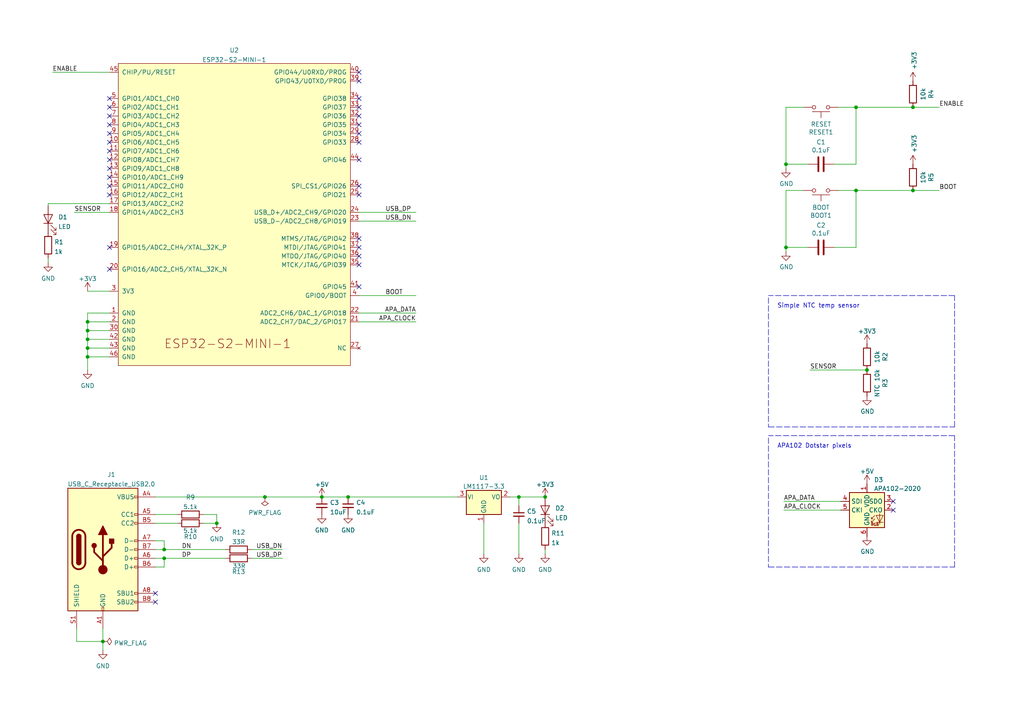
<source format=kicad_sch>
(kicad_sch (version 20211123) (generator eeschema)
  (paper "A4")
  (lib_symbols
    (symbol "Connector:USB_C_Receptacle_USB2.0" (pin_names (offset 1.016))
      (property "Reference" "J" (at -10.16 19.05 0))
      (property "Value" "USB_C_Receptacle_USB2.0" (at 19.05 19.05 0))
      (symbol "USB_C_Receptacle_USB2.0_0_0"
        (rectangle (start -0.254 -17.78) (end 0.254 -16.764))
        (rectangle (start 10.16 -14.986) (end 9.144 -15.494))
        (rectangle (start 10.16 -12.446) (end 9.144 -12.954))
        (rectangle (start 10.16 -4.826) (end 9.144 -5.334))
        (rectangle (start 10.16 -2.286) (end 9.144 -2.794))
        (rectangle (start 10.16 0.254) (end 9.144 -0.254))
        (rectangle (start 10.16 2.794) (end 9.144 2.286))
        (rectangle (start 10.16 7.874) (end 9.144 7.366))
        (rectangle (start 10.16 10.414) (end 9.144 9.906))
        (rectangle (start 10.16 15.494) (end 9.144 14.986))
      )
      (symbol "USB_C_Receptacle_USB2.0_0_1"
        (rectangle (start -10.16 17.78) (end 10.16 -17.78) (stroke (width 0.254)) (fill (type background)))
        (arc (start -8.89 -3.81) (mid -6.985 -5.715) (end -5.08 -3.81) (stroke (width 0.508)))
        (arc (start -7.62 -3.81) (mid -6.985 -4.445) (end -6.35 -3.81) (stroke (width 0.254)))
        (arc (start -7.62 -3.81) (mid -6.985 -4.445) (end -6.35 -3.81) (stroke (width 0.254)) (fill (type outline)))
        (rectangle (start -7.62 -3.81) (end -6.35 3.81) (stroke (width 0.254)) (fill (type outline)))
        (arc (start -6.35 3.81) (mid -6.985 4.445) (end -7.62 3.81) (stroke (width 0.254)))
        (arc (start -6.35 3.81) (mid -6.985 4.445) (end -7.62 3.81) (stroke (width 0.254)) (fill (type outline)))
        (arc (start -5.08 3.81) (mid -6.985 5.715) (end -8.89 3.81) (stroke (width 0.508)))
        (circle (center -2.54 1.143) (radius 0.635) (stroke (width 0.254)) (fill (type outline)))
        (circle (center 0 -5.842) (radius 1.27) (fill (type outline)))
        (polyline (pts (xy -8.89 -3.81) (xy -8.89 3.81)) (stroke (width 0.508)))
        (polyline (pts (xy -5.08 3.81) (xy -5.08 -3.81)) (stroke (width 0.508)))
        (polyline (pts (xy 0 -5.842) (xy 0 4.318)) (stroke (width 0.508)))
        (polyline (pts (xy 0 -3.302) (xy -2.54 -0.762) (xy -2.54 0.508)) (stroke (width 0.508)))
        (polyline (pts (xy 0 -2.032) (xy 2.54 0.508) (xy 2.54 1.778)) (stroke (width 0.508)))
        (polyline (pts (xy -1.27 4.318) (xy 0 6.858) (xy 1.27 4.318) (xy -1.27 4.318)) (stroke (width 0.254)) (fill (type outline)))
        (rectangle (start 1.905 1.778) (end 3.175 3.048) (stroke (width 0.254)) (fill (type outline)))
      )
      (symbol "USB_C_Receptacle_USB2.0_1_1"
        (pin power_in line (at 0 -22.86 90) (length 5.08) (name "GND") (number "A1"))
        (pin power_in line (at 0 -22.86 90) (length 5.08) hide (name "GND") (number "A12"))
        (pin power_in line (at 15.24 15.24 180) (length 5.08) (name "VBUS") (number "A4"))
        (pin bidirectional line (at 15.24 10.16 180) (length 5.08) (name "CC1") (number "A5"))
        (pin bidirectional line (at 15.24 -2.54 180) (length 5.08) (name "D+") (number "A6"))
        (pin bidirectional line (at 15.24 2.54 180) (length 5.08) (name "D-") (number "A7"))
        (pin bidirectional line (at 15.24 -12.7 180) (length 5.08) (name "SBU1") (number "A8"))
        (pin power_in line (at 15.24 15.24 180) (length 5.08) hide (name "VBUS") (number "A9"))
        (pin power_in line (at 0 -22.86 90) (length 5.08) hide (name "GND") (number "B1"))
        (pin power_in line (at 0 -22.86 90) (length 5.08) hide (name "GND") (number "B12"))
        (pin power_in line (at 15.24 15.24 180) (length 5.08) hide (name "VBUS") (number "B4"))
        (pin bidirectional line (at 15.24 7.62 180) (length 5.08) (name "CC2") (number "B5"))
        (pin bidirectional line (at 15.24 -5.08 180) (length 5.08) (name "D+") (number "B6"))
        (pin bidirectional line (at 15.24 0 180) (length 5.08) (name "D-") (number "B7"))
        (pin bidirectional line (at 15.24 -15.24 180) (length 5.08) (name "SBU2") (number "B8"))
        (pin power_in line (at 15.24 15.24 180) (length 5.08) hide (name "VBUS") (number "B9"))
        (pin passive line (at -7.62 -22.86 90) (length 5.08) (name "SHIELD") (number "S1"))
      )
    )
    (symbol "Device:C" (pin_numbers hide) (pin_names (offset 0.254))
      (property "Reference" "C" (at 0.635 2.54 0))
      (property "Value" "C" (at 0.635 -2.54 0))
      (symbol "C_0_1"
        (polyline (pts (xy -2.032 -0.762) (xy 2.032 -0.762)) (stroke (width 0.508)))
        (polyline (pts (xy -2.032 0.762) (xy 2.032 0.762)) (stroke (width 0.508)))
      )
      (symbol "C_1_1"
        (pin passive line (at 0 3.81 270) (length 2.794) (name "~") (number "1"))
        (pin passive line (at 0 -3.81 90) (length 2.794) (name "~") (number "2"))
      )
    )
    (symbol "Device:C_Small" (pin_numbers hide) (pin_names (offset 0.254) hide)
      (property "Reference" "C" (at 0.254 1.778 0))
      (property "Value" "C_Small" (at 0.254 -2.032 0))
      (symbol "C_Small_0_1"
        (polyline (pts (xy -1.524 -0.508) (xy 1.524 -0.508)) (stroke (width 0.3302)))
        (polyline (pts (xy -1.524 0.508) (xy 1.524 0.508)) (stroke (width 0.3048)))
      )
      (symbol "C_Small_1_1"
        (pin passive line (at 0 2.54 270) (length 2.032) (name "~") (number "1"))
        (pin passive line (at 0 -2.54 90) (length 2.032) (name "~") (number "2"))
      )
    )
    (symbol "Device:LED" (pin_numbers hide) (pin_names (offset 1.016) hide)
      (property "Reference" "D" (at 0 2.54 0))
      (property "Value" "LED" (at 0 -2.54 0))
      (symbol "LED_0_1"
        (polyline (pts (xy -1.27 -1.27) (xy -1.27 1.27)) (stroke (width 0.2032)))
        (polyline (pts (xy -1.27 0) (xy 1.27 0)))
        (polyline (pts (xy 1.27 -1.27) (xy 1.27 1.27) (xy -1.27 0) (xy 1.27 -1.27)) (stroke (width 0.2032)))
        (polyline (pts (xy -3.048 -0.762) (xy -4.572 -2.286) (xy -3.81 -2.286) (xy -4.572 -2.286) (xy -4.572 -1.524)))
        (polyline (pts (xy -1.778 -0.762) (xy -3.302 -2.286) (xy -2.54 -2.286) (xy -3.302 -2.286) (xy -3.302 -1.524)))
      )
      (symbol "LED_1_1"
        (pin passive line (at -3.81 0 0) (length 2.54) (name "K") (number "1"))
        (pin passive line (at 3.81 0 180) (length 2.54) (name "A") (number "2"))
      )
    )
    (symbol "Device:R" (pin_numbers hide) (pin_names (offset 0))
      (property "Reference" "R" (at 2.032 0 90))
      (property "Value" "R" (at 0 0 90))
      (symbol "R_0_1"
        (rectangle (start -1.016 -2.54) (end 1.016 2.54) (stroke (width 0.254)))
      )
      (symbol "R_1_1"
        (pin passive line (at 0 3.81 270) (length 1.27) (name "~") (number "1"))
        (pin passive line (at 0 -3.81 90) (length 1.27) (name "~") (number "2"))
      )
    )
    (symbol "Espressif:ESP32-S2-MINI-1" (pin_names (offset 1.016))
      (property "Reference" "U" (at 0 46.99 0))
      (property "Value" "ESP32-S2-MINI-1" (at 0 -43.18 0))
      (symbol "ESP32-S2-MINI-1_0_0"
        (pin power_in line (at -35.56 -36.83 0) (length 2.54) (name "GND") (number "43"))
        (pin input line (at 36.83 17.78 180) (length 2.54) (name "GPIO46") (number "44"))
        (pin bidirectional line (at -35.56 43.18 0) (length 2.54) (name "CHIP/PU/RESET") (number "45"))
        (pin power_in line (at -35.56 -39.37 0) (length 2.54) (name "GND") (number "46"))
      )
      (symbol "ESP32-S2-MINI-1_1_1"
        (rectangle (start -33.02 -41.91) (end 34.29 45.72) (fill (type background)))
        (text "ESP32-S2-MINI-1" (at -1.27 -35.56 0) (effects (font (size 2.54 2.54))))
        (pin power_in line (at -35.56 -26.67 0) (length 2.54) (name "GND") (number "1"))
        (pin bidirectional line (at -35.56 22.86 0) (length 2.54) (name "GPIO6/ADC1_CH5") (number "10"))
        (pin bidirectional line (at -35.56 20.32 0) (length 2.54) (name "GPIO7/ADC1_CH6") (number "11"))
        (pin bidirectional line (at -35.56 17.78 0) (length 2.54) (name "GPIO8/ADC1_CH7") (number "12"))
        (pin bidirectional line (at -35.56 15.24 0) (length 2.54) (name "GPIO9/ADC1_CH8") (number "13"))
        (pin bidirectional line (at -35.56 12.7 0) (length 2.54) (name "GPIO10/ADC1_CH9") (number "14"))
        (pin bidirectional line (at -35.56 10.16 0) (length 2.54) (name "GPIO11/ADC2_CH0") (number "15"))
        (pin bidirectional line (at -35.56 7.62 0) (length 2.54) (name "GPIO12/ADC2_CH1") (number "16"))
        (pin bidirectional line (at -35.56 5.08 0) (length 2.54) (name "GPIO13/ADC2_CH2") (number "17"))
        (pin bidirectional line (at -35.56 2.54 0) (length 2.54) (name "GPIO14/ADC2_CH3") (number "18"))
        (pin bidirectional line (at -35.56 -7.62 0) (length 2.54) (name "GPIO15/ADC2_CH4/XTAL_32K_P") (number "19"))
        (pin power_in line (at -35.56 -29.21 0) (length 2.54) (name "GND") (number "2"))
        (pin bidirectional line (at -35.56 -13.97 0) (length 2.54) (name "GPIO16/ADC2_CH5/XTAL_32K_N") (number "20"))
        (pin bidirectional line (at 36.83 -29.21 180) (length 2.54) (name "ADC2_CH7/DAC_2/GPIO17") (number "21"))
        (pin bidirectional line (at 36.83 -26.67 180) (length 2.54) (name "ADC2_CH6/DAC_1/GPIO18") (number "22"))
        (pin bidirectional line (at 36.83 0 180) (length 2.54) (name "USB_D-/ADC2_CH8/GPIO19") (number "23"))
        (pin bidirectional line (at 36.83 2.54 180) (length 2.54) (name "USB_D+/ADC2_CH9/GPIO20") (number "24"))
        (pin bidirectional line (at 36.83 7.62 180) (length 2.54) (name "GPIO21") (number "25"))
        (pin bidirectional line (at 36.83 10.16 180) (length 2.54) (name "SPI_CS1/GPIO26") (number "26"))
        (pin no_connect line (at 36.83 -36.83 180) (length 2.54) (name "NC") (number "27"))
        (pin bidirectional line (at 36.83 22.86 180) (length 2.54) (name "GPIO33") (number "28"))
        (pin bidirectional line (at 36.83 25.4 180) (length 2.54) (name "GPIO34") (number "29"))
        (pin power_in line (at -35.56 -20.32 0) (length 2.54) (name "3V3") (number "3"))
        (pin power_in line (at -35.56 -31.75 0) (length 2.54) (name "GND") (number "30"))
        (pin bidirectional line (at 36.83 27.94 180) (length 2.54) (name "GPIO35") (number "31"))
        (pin bidirectional line (at 36.83 30.48 180) (length 2.54) (name "GPIO36") (number "32"))
        (pin bidirectional line (at 36.83 33.02 180) (length 2.54) (name "GPIO37") (number "33"))
        (pin bidirectional line (at 36.83 35.56 180) (length 2.54) (name "GPIO38") (number "34"))
        (pin bidirectional line (at 36.83 -12.7 180) (length 2.54) (name "MTCK/JTAG/GPIO39") (number "35"))
        (pin bidirectional line (at 36.83 -10.16 180) (length 2.54) (name "MTDO/JTAG/GPIO40") (number "36"))
        (pin bidirectional line (at 36.83 -7.62 180) (length 2.54) (name "MTDI/JTAG/GPIO41") (number "37"))
        (pin bidirectional line (at 36.83 -5.08 180) (length 2.54) (name "MTMS/JTAG/GPIO42") (number "38"))
        (pin bidirectional line (at 36.83 40.64 180) (length 2.54) (name "GPIO43/U0TXD/PROG") (number "39"))
        (pin bidirectional line (at 36.83 -21.59 180) (length 2.54) (name "GPIO0/BOOT") (number "4"))
        (pin bidirectional line (at 36.83 43.18 180) (length 2.54) (name "GPIO44/U0RXD/PROG") (number "40"))
        (pin bidirectional line (at 36.83 -19.05 180) (length 2.54) (name "GPIO45") (number "41"))
        (pin power_in line (at -35.56 -34.29 0) (length 2.54) (name "GND") (number "42"))
        (pin bidirectional line (at -35.56 35.56 0) (length 2.54) (name "GPIO1/ADC1_CH0") (number "5"))
        (pin bidirectional line (at -35.56 33.02 0) (length 2.54) (name "GPIO2/ADC1_CH1") (number "6"))
        (pin bidirectional line (at -35.56 30.48 0) (length 2.54) (name "GPIO3/ADC1_CH2") (number "7"))
        (pin bidirectional line (at -35.56 27.94 0) (length 2.54) (name "GPIO4/ADC1_CH3") (number "8"))
        (pin bidirectional line (at -35.56 25.4 0) (length 2.54) (name "GPIO5/ADC1_CH4") (number "9"))
      )
    )
    (symbol "LED:APA102-2020"
      (property "Reference" "D" (at 5.08 5.715 0))
      (property "Value" "APA102-2020" (at 1.27 -5.715 0))
      (symbol "APA102-2020_0_0"
        (text "RGB" (at 2.286 -4.191 0) (effects (font (size 0.762 0.762))))
      )
      (symbol "APA102-2020_0_1"
        (polyline (pts (xy 1.27 -3.556) (xy 1.778 -3.556)))
        (polyline (pts (xy 1.27 -2.54) (xy 1.778 -2.54)))
        (polyline (pts (xy 4.699 -3.556) (xy 2.667 -3.556)))
        (polyline (pts (xy 2.286 -2.54) (xy 1.27 -3.556) (xy 1.27 -3.048)))
        (polyline (pts (xy 2.286 -1.524) (xy 1.27 -2.54) (xy 1.27 -2.032)))
        (polyline (pts (xy 3.683 -1.016) (xy 3.683 -3.556) (xy 3.683 -4.064)))
        (polyline (pts (xy 4.699 -1.524) (xy 2.667 -1.524) (xy 3.683 -3.556) (xy 4.699 -1.524)))
        (rectangle (start 5.08 5.08) (end -5.08 -5.08) (stroke (width 0.254)) (fill (type background)))
      )
      (symbol "APA102-2020_1_1"
        (pin power_in line (at 0 7.62 270) (length 2.54) (name "VDD") (number "1"))
        (pin output line (at 7.62 0 180) (length 2.54) (name "CKO") (number "2"))
        (pin output line (at 7.62 2.54 180) (length 2.54) (name "SDO") (number "3"))
        (pin input line (at -7.62 2.54 0) (length 2.54) (name "SDI") (number "4"))
        (pin input line (at -7.62 0 0) (length 2.54) (name "CKI") (number "5"))
        (pin power_in line (at 0 -7.62 90) (length 2.54) (name "GND") (number "6"))
      )
    )
    (symbol "Regulator_Linear:LM1117-3.3" (pin_names (offset 0.254))
      (property "Reference" "U" (at -3.81 3.175 0))
      (property "Value" "LM1117-3.3" (at 0 3.175 0))
      (symbol "LM1117-3.3_0_1"
        (rectangle (start -5.08 -5.08) (end 5.08 1.905) (stroke (width 0.254)) (fill (type background)))
      )
      (symbol "LM1117-3.3_1_1"
        (pin power_in line (at 0 -7.62 90) (length 2.54) (name "GND") (number "1"))
        (pin power_out line (at 7.62 0 180) (length 2.54) (name "VO") (number "2"))
        (pin power_in line (at -7.62 0 0) (length 2.54) (name "VI") (number "3"))
      )
    )
    (symbol "Switch:SW_Push" (pin_numbers hide) (pin_names (offset 1.016) hide)
      (property "Reference" "SW" (at 1.27 2.54 0))
      (property "Value" "SW_Push" (at 0 -1.524 0))
      (symbol "SW_Push_0_1"
        (circle (center -2.032 0) (radius 0.508))
        (polyline (pts (xy 0 1.27) (xy 0 3.048)))
        (polyline (pts (xy 2.54 1.27) (xy -2.54 1.27)))
        (circle (center 2.032 0) (radius 0.508))
        (pin passive line (at -5.08 0 0) (length 2.54) (name "1") (number "1"))
        (pin passive line (at 5.08 0 180) (length 2.54) (name "2") (number "2"))
      )
    )
    (symbol "power:+3V3" (power) (pin_names (offset 0))
      (property "Value" "+3V3" (at 0 3.556 0))
      (symbol "+3V3_0_1"
        (polyline (pts (xy -0.762 1.27) (xy 0 2.54)))
        (polyline (pts (xy 0 0) (xy 0 2.54)))
        (polyline (pts (xy 0 2.54) (xy 0.762 1.27)))
      )
      (symbol "+3V3_1_1"
        (pin power_in line (at 0 0 90) (length 0) hide (name "+3V3") (number "1"))
      )
    )
    (symbol "power:+5V" (power) (pin_names (offset 0))
      (property "Value" "+5V" (at 0 3.556 0))
      (symbol "+5V_0_1"
        (polyline (pts (xy -0.762 1.27) (xy 0 2.54)))
        (polyline (pts (xy 0 0) (xy 0 2.54)))
        (polyline (pts (xy 0 2.54) (xy 0.762 1.27)))
      )
      (symbol "+5V_1_1"
        (pin power_in line (at 0 0 90) (length 0) hide (name "+5V") (number "1"))
      )
    )
    (symbol "power:GND" (power) (pin_names (offset 0))
      (property "Value" "GND" (at 0 -3.81 0))
      (symbol "GND_0_1"
        (polyline (pts (xy 0 0) (xy 0 -1.27) (xy 1.27 -1.27) (xy 0 -2.54) (xy -1.27 -1.27) (xy 0 -1.27)))
      )
      (symbol "GND_1_1"
        (pin power_in line (at 0 0 270) (length 0) hide (name "GND") (number "1"))
      )
    )
    (symbol "power:PWR_FLAG" (power) (pin_numbers hide) (pin_names (offset 0) hide)
      (property "Value" "PWR_FLAG" (at 0 3.81 0))
      (symbol "PWR_FLAG_0_0"
        (pin power_out line (at 0 0 90) (length 0) (name "pwr") (number "1"))
      )
      (symbol "PWR_FLAG_0_1"
        (polyline (pts (xy 0 0) (xy 0 1.27) (xy -1.016 1.905) (xy 0 2.54) (xy 1.016 1.905) (xy 0 1.27)))
      )
    )
  )
  (junction (at 47.625 159.385))
  (junction (at 93.345 144.145))
  (junction (at 227.965 47.625))
  (junction (at 251.46 107.315))
  (junction (at 25.4 98.425))
  (junction (at 25.4 103.505))
  (junction (at 76.835 144.145))
  (junction (at 100.965 144.145))
  (junction (at 248.285 31.115))
  (junction (at 150.495 144.145))
  (junction (at 158.115 144.145))
  (junction (at 29.845 186.055))
  (junction (at 25.4 95.885))
  (junction (at 47.625 161.925))
  (junction (at 264.795 55.245))
  (junction (at 25.4 93.345))
  (junction (at 25.4 100.965))
  (junction (at 62.865 151.765))
  (junction (at 227.965 71.755))
  (junction (at 248.285 55.245))
  (junction (at 264.795 31.115))
  (no_connect (at 45.085 174.625))
  (no_connect (at 104.14 20.955))
  (no_connect (at 104.14 23.495))
  (no_connect (at 104.14 31.115))
  (no_connect (at 104.14 33.655))
  (no_connect (at 104.14 36.195))
  (no_connect (at 104.14 38.735))
  (no_connect (at 104.14 46.355))
  (no_connect (at 104.14 53.975))
  (no_connect (at 104.14 56.515))
  (no_connect (at 104.14 69.215))
  (no_connect (at 104.14 71.755))
  (no_connect (at 104.14 74.295))
  (no_connect (at 104.14 76.835))
  (no_connect (at 104.14 83.185))
  (no_connect (at 45.085 172.085))
  (no_connect (at 31.75 28.575))
  (no_connect (at 31.75 33.655))
  (no_connect (at 31.75 36.195))
  (no_connect (at 31.75 43.815))
  (no_connect (at 31.75 46.355))
  (no_connect (at 31.75 48.895))
  (no_connect (at 31.75 51.435))
  (no_connect (at 31.75 31.115))
  (no_connect (at 31.75 56.515))
  (no_connect (at 104.14 28.575))
  (no_connect (at 104.14 41.275))
  (no_connect (at 31.75 71.755))
  (no_connect (at 31.75 41.275))
  (no_connect (at 31.75 38.735))
  (no_connect (at 31.75 78.105))
  (no_connect (at 259.08 145.415))
  (no_connect (at 259.08 147.955))
  (no_connect (at 31.75 53.975))
  (wire (pts (xy 59.055 149.225) (xy 62.865 149.225)))
  (polyline (pts (xy 222.885 164.465) (xy 276.86 164.465)))
  (wire (pts (xy 45.085 164.465) (xy 47.625 164.465)))
  (wire (pts (xy 241.935 71.755) (xy 248.285 71.755)))
  (wire (pts (xy 13.97 59.055) (xy 13.97 59.69)))
  (wire (pts (xy 227.965 47.625) (xy 227.965 31.115)))
  (wire (pts (xy 227.965 31.115) (xy 233.045 31.115)))
  (wire (pts (xy 47.625 159.385) (xy 65.405 159.385)))
  (wire (pts (xy 45.085 144.145) (xy 76.835 144.145)))
  (wire (pts (xy 45.085 149.225) (xy 51.435 149.225)))
  (wire (pts (xy 47.625 159.385) (xy 45.085 159.385)))
  (wire (pts (xy 227.965 71.755) (xy 227.965 73.025)))
  (wire (pts (xy 22.225 186.055) (xy 29.845 186.055)))
  (polyline (pts (xy 276.86 164.465) (xy 276.86 126.365)))
  (wire (pts (xy 47.625 156.845) (xy 47.625 159.385)))
  (wire (pts (xy 15.24 20.955) (xy 31.75 20.955)))
  (wire (pts (xy 264.795 31.115) (xy 272.415 31.115)))
  (wire (pts (xy 227.33 147.955) (xy 243.84 147.955)))
  (wire (pts (xy 25.4 95.885) (xy 31.75 95.885)))
  (wire (pts (xy 31.75 59.055) (xy 13.97 59.055)))
  (wire (pts (xy 76.835 144.145) (xy 93.345 144.145)))
  (wire (pts (xy 227.33 145.415) (xy 243.84 145.415)))
  (wire (pts (xy 158.115 160.655) (xy 158.115 159.385)))
  (polyline (pts (xy 276.86 85.725) (xy 222.885 85.725)))
  (wire (pts (xy 93.345 144.145) (xy 100.965 144.145)))
  (wire (pts (xy 120.65 90.805) (xy 104.14 90.805)))
  (wire (pts (xy 25.4 90.805) (xy 31.75 90.805)))
  (wire (pts (xy 25.4 93.345) (xy 25.4 90.805)))
  (wire (pts (xy 25.4 95.885) (xy 25.4 93.345)))
  (wire (pts (xy 25.4 98.425) (xy 25.4 95.885)))
  (wire (pts (xy 25.4 100.965) (xy 25.4 98.425)))
  (wire (pts (xy 25.4 103.505) (xy 25.4 100.965)))
  (wire (pts (xy 25.4 107.315) (xy 25.4 103.505)))
  (wire (pts (xy 104.14 61.595) (xy 120.65 61.595)))
  (wire (pts (xy 140.335 160.655) (xy 140.335 151.765)))
  (wire (pts (xy 147.955 144.145) (xy 150.495 144.145)))
  (wire (pts (xy 150.495 144.145) (xy 158.115 144.145)))
  (wire (pts (xy 150.495 146.685) (xy 150.495 144.145)))
  (wire (pts (xy 47.625 161.925) (xy 45.085 161.925)))
  (wire (pts (xy 73.025 161.925) (xy 81.915 161.925)))
  (wire (pts (xy 248.285 47.625) (xy 248.285 31.115)))
  (wire (pts (xy 227.965 71.755) (xy 227.965 55.245)))
  (wire (pts (xy 248.285 55.245) (xy 264.795 55.245)))
  (wire (pts (xy 13.97 76.2) (xy 13.97 74.93)))
  (wire (pts (xy 21.59 61.595) (xy 31.75 61.595)))
  (polyline (pts (xy 222.885 127) (xy 222.885 164.465)))
  (wire (pts (xy 22.225 182.245) (xy 22.225 186.055)))
  (wire (pts (xy 248.285 31.115) (xy 264.795 31.115)))
  (polyline (pts (xy 276.86 126.365) (xy 222.885 126.365)))
  (wire (pts (xy 25.4 103.505) (xy 31.75 103.505)))
  (wire (pts (xy 104.14 64.135) (xy 120.65 64.135)))
  (wire (pts (xy 264.795 55.245) (xy 272.415 55.245)))
  (wire (pts (xy 227.965 47.625) (xy 227.965 48.895)))
  (wire (pts (xy 243.205 55.245) (xy 248.285 55.245)))
  (wire (pts (xy 73.025 159.385) (xy 81.915 159.385)))
  (wire (pts (xy 234.315 47.625) (xy 227.965 47.625)))
  (wire (pts (xy 45.085 156.845) (xy 47.625 156.845)))
  (wire (pts (xy 150.495 160.655) (xy 150.495 151.765)))
  (wire (pts (xy 241.935 47.625) (xy 248.285 47.625)))
  (wire (pts (xy 45.085 151.765) (xy 51.435 151.765)))
  (wire (pts (xy 59.055 151.765) (xy 62.865 151.765)))
  (polyline (pts (xy 222.885 86.36) (xy 222.885 123.825)))
  (wire (pts (xy 100.965 144.145) (xy 132.715 144.145)))
  (wire (pts (xy 62.865 149.225) (xy 62.865 151.765)))
  (polyline (pts (xy 276.86 123.825) (xy 276.86 85.725)))
  (wire (pts (xy 120.65 93.345) (xy 104.14 93.345)))
  (wire (pts (xy 234.315 71.755) (xy 227.965 71.755)))
  (wire (pts (xy 25.4 98.425) (xy 31.75 98.425)))
  (wire (pts (xy 25.4 100.965) (xy 31.75 100.965)))
  (wire (pts (xy 243.205 31.115) (xy 248.285 31.115)))
  (wire (pts (xy 104.14 85.725) (xy 120.65 85.725)))
  (wire (pts (xy 227.965 55.245) (xy 233.045 55.245)))
  (wire (pts (xy 29.845 186.055) (xy 29.845 188.595)))
  (wire (pts (xy 25.4 84.455) (xy 31.75 84.455)))
  (wire (pts (xy 248.285 71.755) (xy 248.285 55.245)))
  (wire (pts (xy 47.625 164.465) (xy 47.625 161.925)))
  (wire (pts (xy 29.845 182.245) (xy 29.845 186.055)))
  (wire (pts (xy 25.4 93.345) (xy 31.75 93.345)))
  (polyline (pts (xy 222.885 123.825) (xy 276.86 123.825)))
  (wire (pts (xy 234.95 107.315) (xy 251.46 107.315)))
  (wire (pts (xy 47.625 161.925) (xy 65.405 161.925)))
  (text "Simple NTC temp sensor" (at 225.425 89.535 0) (effects (font (size 1.27 1.27)) (justify left bottom)))
  (text "APA102 Dotstar pixels" (at 225.425 130.175 0) (effects (font (size 1.27 1.27)) (justify left bottom)))
  (label "BOOT" (at 272.415 55.245 0))
  (label "SENSOR" (at 234.95 107.315 0))
  (label "USB_DN" (at 74.295 159.385 0))
  (label "BOOT" (at 111.76 85.725 0))
  (label "ENABLE" (at 15.24 20.955 0))
  (label "ENABLE" (at 272.415 31.115 0))
  (label "DN" (at 52.705 159.385 0))
  (label "SENSOR" (at 21.59 61.595 0))
  (label "USB_DP" (at 74.295 161.925 0))
  (label "DP" (at 52.705 161.925 0))
  (label "APA_CLOCK" (at 120.65 93.345 180))
  (label "USB_DN" (at 111.76 64.135 0))
  (label "USB_DP" (at 111.76 61.595 0))
  (label "APA_CLOCK" (at 227.33 147.955 0))
  (label "APA_DATA" (at 120.65 90.805 180))
  (label "APA_DATA" (at 227.33 145.415 0))
  (symbol (lib_id "power:GND") (at 150.495 160.655 0) (unit 1)
    (property "Reference" "#PWR017" (effects hide))
    (property "Value" "GND" (at 150.495 165.2174 0))
  )
  (symbol (lib_id "power:GND") (at 62.865 151.765 0) (unit 1)
    (property "Reference" "#PWR015" (effects hide))
    (property "Value" "GND" (at 62.865 156.3274 0))
  )
  (symbol (lib_id "power:PWR_FLAG") (at 76.835 144.145 180) (unit 1)
    (property "Reference" "#FLG01" (effects hide))
    (property "Value" "PWR_FLAG" (at 76.835 148.7074 0))
  )
  (symbol (lib_id "Device:LED") (at 158.115 147.955 90) (unit 1)
    (property "Reference" "D2" (at 161.036 147.4274 90) (effects (justify right)))
    (property "Value" "LED" (at 161.036 150.2025 90) (effects (justify right)))
    (property "Footprint" "LED_SMD:LED_0402_1005Metric" (effects hide))
  )
  (symbol (lib_id "Device:R") (at 69.215 159.385 90) (unit 1)
    (property "Reference" "R12" (at 69.215 154.4025 90))
    (property "Value" "33R" (at 69.215 157.1776 90))
    (property "Footprint" "Resistor_SMD:R_0402_1005Metric" (effects hide))
  )
  (symbol (lib_id "Espressif:ESP32-S2-MINI-1") (at 67.31 64.135 0) (unit 1)
    (property "Reference" "U2" (at 67.945 14.5755 0))
    (property "Value" "ESP32-S2-MINI-1" (at 67.945 17.3506 0))
    (property "Footprint" "Espressif:ESP32-S2-MINI-1" (effects hide))
    (property "Datasheet" "https://www.espressif.com/sites/default/files/documentation/esp32-s2-mini-1_esp32-s2-mini-1u_datasheet_en.pdf" (effects hide))
  )
  (symbol (lib_id "power:GND") (at 13.97 76.2 0) (unit 1)
    (property "Reference" "#PWR0102" (effects hide))
    (property "Value" "GND" (at 13.97 80.7624 0))
  )
  (symbol (lib_id "power:GND") (at 251.46 114.935 0) (unit 1)
    (property "Reference" "#PWR0105" (effects hide))
    (property "Value" "GND" (at 251.587 119.3292 0))
  )
  (symbol (lib_id "Device:R") (at 264.795 27.305 180) (unit 1)
    (property "Reference" "R4" (at 270.0528 27.305 90))
    (property "Value" "10k" (at 267.7414 27.305 90))
    (property "Footprint" "Resistor_SMD:R_0402_1005Metric" (effects hide))
    (property "MFGR" "Stackpole" (effects hide))
    (property "MPN" "RMCF0603JG10K0" (effects hide))
  )
  (symbol (lib_id "power:GND") (at 227.965 48.895 0) (unit 1)
    (property "Reference" "#PWR06" (effects hide))
    (property "Value" "GND" (at 228.092 53.2892 0))
  )
  (symbol (lib_id "Device:C") (at 238.125 47.625 270) (unit 1)
    (property "Reference" "C1" (at 238.125 41.2242 90))
    (property "Value" "0.1uF" (at 238.125 43.5356 90))
    (property "Footprint" "Capacitor_SMD:C_0402_1005Metric" (effects hide))
    (property "MFGR" "Samsung" (effects hide))
    (property "MPN" "CL10B104KO8NFNC" (effects hide))
  )
  (symbol (lib_id "power:+3V3") (at 264.795 47.625 0) (unit 1)
    (property "Reference" "#PWR05" (effects hide))
    (property "Value" "+3V3" (at 265.176 44.3738 90) (effects (justify left)))
  )
  (symbol (lib_id "Device:C") (at 238.125 71.755 270) (unit 1)
    (property "Reference" "C2" (at 238.125 65.3542 90))
    (property "Value" "0.1uF" (at 238.125 67.6656 90))
    (property "Footprint" "Capacitor_SMD:C_0402_1005Metric" (effects hide))
    (property "MFGR" "Samsung" (effects hide))
    (property "MPN" "CL10B104KO8NFNC" (effects hide))
  )
  (symbol (lib_id "power:GND") (at 93.345 149.225 0) (unit 1)
    (property "Reference" "#PWR013" (effects hide))
    (property "Value" "GND" (at 93.345 153.7874 0))
  )
  (symbol (lib_id "LED:APA102-2020") (at 251.46 147.955 0) (unit 1)
    (property "Reference" "D3" (at 253.4794 139.1752 0) (effects (justify left)))
    (property "Value" "APA102-2020" (at 253.4794 141.7121 0) (effects (justify left)))
    (property "Footprint" "LED_SMD:LED-APA102-2020" (effects hide))
    (property "Datasheet" "http://www.led-color.com/upload/201604/APA102-2020%20SMD%20LED.pdf" (effects hide))
  )
  (symbol (lib_id "power:+5V") (at 251.46 140.335 0) (unit 1)
    (property "Reference" "#PWR0103" (effects hide))
    (property "Value" "+5V" (at 251.46 136.7305 0))
  )
  (symbol (lib_id "Device:LED") (at 13.97 63.5 90) (unit 1)
    (property "Reference" "D1" (at 16.891 62.9724 90) (effects (justify right)))
    (property "Value" "LED" (at 16.891 65.7475 90) (effects (justify right)))
    (property "Footprint" "LED_SMD:LED_0402_1005Metric" (effects hide))
  )
  (symbol (lib_id "Regulator_Linear:LM1117-3.3") (at 140.335 144.145 0) (unit 1)
    (property "Reference" "U1" (at 140.335 138.5402 0))
    (property "Value" "LM1117-3.3" (at 140.335 141.0771 0))
    (property "Footprint" "Package_TO_SOT_SMD:SOT-223" (effects hide))
    (property "Datasheet" "http://www.ti.com/lit/ds/symlink/lm1117.pdf" (effects hide))
  )
  (symbol (lib_id "Device:R") (at 13.97 71.12 180) (unit 1)
    (property "Reference" "R1" (at 15.748 70.2115 0) (effects (justify right)))
    (property "Value" "1k" (at 15.748 72.9866 0) (effects (justify right)))
    (property "Footprint" "Resistor_SMD:R_0402_1005Metric" (effects hide))
  )
  (symbol (lib_id "power:GND") (at 140.335 160.655 0) (unit 1)
    (property "Reference" "#PWR0101" (effects hide))
    (property "Value" "GND" (at 140.335 165.2174 0))
  )
  (symbol (lib_id "Device:R") (at 251.46 103.505 180) (unit 1)
    (property "Reference" "R2" (at 256.7178 103.505 90))
    (property "Value" "10k" (at 254.4064 103.505 90))
    (property "Footprint" "Resistor_SMD:R_0402_1005Metric" (effects hide))
    (property "MFGR" "Stackpole" (effects hide))
    (property "MPN" "RMCF0603JG10K0" (effects hide))
  )
  (symbol (lib_id "Device:C_Small") (at 100.965 146.685 0) (unit 1)
    (property "Reference" "C4" (at 103.2891 145.7765 0) (effects (justify left)))
    (property "Value" "0.1uF" (at 103.2891 148.5516 0) (effects (justify left)))
    (property "Footprint" "Capacitor_SMD:C_0402_1005Metric" (effects hide))
  )
  (symbol (lib_id "power:+5V") (at 93.345 144.145 0) (unit 1)
    (property "Reference" "#PWR011" (effects hide))
    (property "Value" "+5V" (at 93.345 140.5405 0))
  )
  (symbol (lib_id "power:GND") (at 227.965 73.025 0) (unit 1)
    (property "Reference" "#PWR08" (effects hide))
    (property "Value" "GND" (at 228.092 77.4192 0))
  )
  (symbol (lib_id "Device:R") (at 55.245 149.225 90) (unit 1)
    (property "Reference" "R9" (at 55.245 144.2425 90))
    (property "Value" "5.1k" (at 55.245 147.0176 90))
    (property "Footprint" "Resistor_SMD:R_0402_1005Metric" (effects hide))
  )
  (symbol (lib_id "Device:R") (at 251.46 111.125 180) (unit 1)
    (property "Reference" "R3" (at 256.7178 111.125 90))
    (property "Value" "NTC 10k" (at 254.4064 111.125 90))
    (property "Footprint" "Resistor_SMD:R_0402_1005Metric" (effects hide))
    (property "MFGR" "Stackpole" (effects hide))
    (property "MPN" "RMCF0603JG10K0" (effects hide))
  )
  (symbol (lib_id "power:GND") (at 251.46 155.575 0) (unit 1)
    (property "Reference" "#PWR0104" (effects hide))
    (property "Value" "GND" (at 251.587 159.9692 0))
  )
  (symbol (lib_id "power:+3V3") (at 264.795 23.495 0) (unit 1)
    (property "Reference" "#PWR04" (effects hide))
    (property "Value" "+3V3" (at 265.176 20.2438 90) (effects (justify left)))
  )
  (symbol (lib_id "Switch:SW_Push") (at 238.125 31.115 180) (unit 1)
    (property "Reference" "RESET1" (at 238.125 38.354 0))
    (property "Value" "RESET" (at 238.125 36.0426 0))
    (property "Footprint" "Button_Switch_SMD:SW_Push_1P1T_NO_CK_KMR2" (effects hide))
    (property "MFGR" "C&K" (effects hide))
    (property "MPN" "KMR241GLFS" (effects hide))
  )
  (symbol (lib_id "power:+3V3") (at 25.4 84.455 0) (unit 1)
    (property "Reference" "#PWR07" (effects hide))
    (property "Value" "+3V3" (at 25.4 80.8505 0))
  )
  (symbol (lib_id "power:PWR_FLAG") (at 29.845 186.055 270) (unit 1)
    (property "Reference" "#FLG02" (effects hide))
    (property "Value" "PWR_FLAG" (at 33.02 186.534 90) (effects (justify left)))
  )
  (symbol (lib_id "power:+3V3") (at 158.115 144.145 0) (unit 1)
    (property "Reference" "#PWR012" (effects hide))
    (property "Value" "+3V3" (at 158.115 140.5405 0))
  )
  (symbol (lib_id "Device:R") (at 264.795 51.435 180) (unit 1)
    (property "Reference" "R5" (at 270.0528 51.435 90))
    (property "Value" "10k" (at 267.7414 51.435 90))
    (property "Footprint" "Resistor_SMD:R_0402_1005Metric" (effects hide))
    (property "MFGR" "Stackpole" (effects hide))
    (property "MPN" "RMCF0603JG10K0" (effects hide))
  )
  (symbol (lib_id "power:GND") (at 100.965 149.225 0) (unit 1)
    (property "Reference" "#PWR014" (effects hide))
    (property "Value" "GND" (at 100.965 153.7874 0))
  )
  (symbol (lib_id "Device:C_Small") (at 150.495 149.225 0) (unit 1)
    (property "Reference" "C5" (at 152.8191 148.3165 0) (effects (justify left)))
    (property "Value" "0.1uF" (at 152.8191 151.0916 0) (effects (justify left)))
    (property "Footprint" "Capacitor_SMD:C_0402_1005Metric" (effects hide))
  )
  (symbol (lib_id "Device:R") (at 55.245 151.765 90) (unit 1)
    (property "Reference" "R10" (at 55.245 155.6725 90))
    (property "Value" "5.1k" (at 55.2129 153.9148 90))
    (property "Footprint" "Resistor_SMD:R_0402_1005Metric" (effects hide))
  )
  (symbol (lib_id "Device:C_Small") (at 93.345 146.685 0) (unit 1)
    (property "Reference" "C3" (at 95.6691 145.7765 0) (effects (justify left)))
    (property "Value" "10uF" (at 95.6691 148.5516 0) (effects (justify left)))
    (property "Footprint" "Capacitor_SMD:C_0603_1608Metric" (effects hide))
  )
  (symbol (lib_id "Device:R") (at 158.115 155.575 180) (unit 1)
    (property "Reference" "R11" (at 159.893 154.6665 0) (effects (justify right)))
    (property "Value" "1k" (at 159.893 157.4416 0) (effects (justify right)))
    (property "Footprint" "Resistor_SMD:R_0402_1005Metric" (effects hide))
  )
  (symbol (lib_id "Device:R") (at 69.215 161.925 90) (unit 1)
    (property "Reference" "R13" (at 69.215 165.8325 90))
    (property "Value" "33R" (at 69.3386 164.1688 90))
    (property "Footprint" "Resistor_SMD:R_0402_1005Metric" (effects hide))
  )
  (symbol (lib_id "power:GND") (at 29.845 188.595 0) (unit 1)
    (property "Reference" "#PWR019" (effects hide))
    (property "Value" "GND" (at 29.845 193.1574 0))
  )
  (symbol (lib_id "power:GND") (at 25.4 107.315 0) (unit 1)
    (property "Reference" "#PWR010" (effects hide))
    (property "Value" "GND" (at 25.4 111.8774 0))
  )
  (symbol (lib_id "power:GND") (at 158.115 160.655 0) (unit 1)
    (property "Reference" "#PWR018" (effects hide))
    (property "Value" "GND" (at 158.115 165.2174 0))
  )
  (symbol (lib_id "Switch:SW_Push") (at 238.125 55.245 180) (unit 1)
    (property "Reference" "BOOT1" (at 238.125 62.484 0))
    (property "Value" "BOOT" (at 238.125 60.1726 0))
    (property "Footprint" "Button_Switch_SMD:SW_Push_1P1T_NO_CK_KMR2" (effects hide))
    (property "MFGR" "C&K" (effects hide))
    (property "MPN" "KMR241GLFS" (effects hide))
  )
  (symbol (lib_id "power:+3V3") (at 251.46 99.695 0) (unit 1)
    (property "Reference" "#PWR0106" (effects hide))
    (property "Value" "+3V3" (at 251.46 96.0905 0))
  )
  (symbol (lib_id "Connector:USB_C_Receptacle_USB2.0") (at 29.845 159.385 0) (unit 1)
    (property "Reference" "J1" (at 32.3215 137.6384 0))
    (property "Value" "USB_C_Receptacle_USB2.0" (at 32.3215 140.4135 0))
    (property "Footprint" "USB-C-Power-tester:TYPE-C-31-M-14" (effects hide))
    (property "Datasheet" "https://www.usb.org/sites/default/files/documents/usb_type-c.zip" (effects hide))
  )
)
</source>
